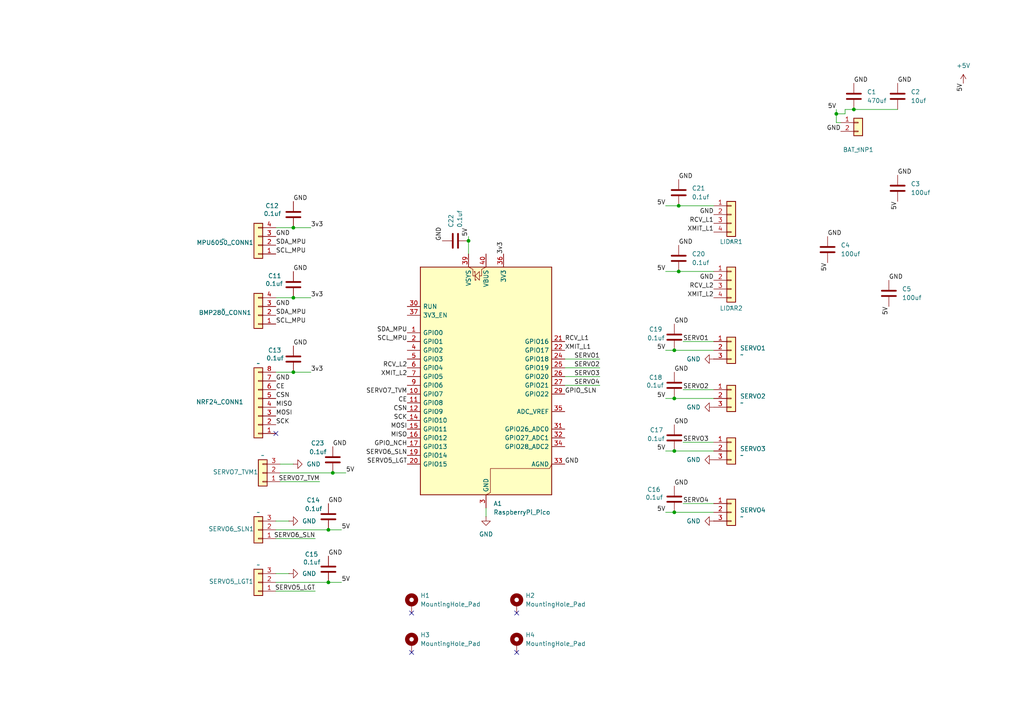
<source format=kicad_sch>
(kicad_sch (version 20250114) (generator "eeschema") (generator_version "9.0")
  (paper "A4")
  (title_block (title "ASTRA-V"))
  (lib_symbols
    (symbol "Connector_Generic:Conn_01x02" (pin_names (offset 1.016) (hide yes))
      (property "Reference" "J" (at 0 2.54 0))
      (property "Value" "Conn_01x02" (at 0 -5.08 0))
      (symbol "Conn_01x02_1_1"
        (rectangle (start -1.27 1.27) (end 1.27 -3.81) (stroke (width 0.254)) (fill (type background)))
        (rectangle (start -1.27 0.127) (end 0 -0.127) (stroke (width 0.1524)))
        (rectangle (start -1.27 -2.413) (end 0 -2.667) (stroke (width 0.1524)))
        (pin output line (at -5.08 0 0) (length 3.81) (name "Pin_1") (number "1"))
        (pin output line (at -5.08 -2.54 0) (length 3.81) (name "Pin_2") (number "2"))
      )
    )
    (symbol "Connector_Generic:Conn_01x03" (pin_names (offset 1.016) (hide yes))
      (property "Reference" "J" (at 0 5.08 0))
      (property "Value" "Conn_01x03" (at 0 -5.08 0))
      (symbol "Conn_01x03_1_1"
        (rectangle (start -1.27 3.81) (end 1.27 -3.81) (stroke (width 0.254)) (fill (type background)))
        (rectangle (start -1.27 2.667) (end 0 2.413) (stroke (width 0.1524)))
        (rectangle (start -1.27 0.127) (end 0 -0.127) (stroke (width 0.1524)))
        (rectangle (start -1.27 -2.413) (end 0 -2.667) (stroke (width 0.1524)))
        (pin passive line (at -5.08 2.54 0) (length 3.81) (name "Pin_1") (number "1"))
        (pin passive line (at -5.08 0 0) (length 3.81) (name "Pin_2") (number "2"))
        (pin passive line (at -5.08 -2.54 0) (length 3.81) (name "Pin_3") (number "3"))
      )
    )
    (symbol "Connector_Generic:Conn_01x04" (pin_names (offset 1.016) (hide yes))
      (property "Reference" "J" (at 0 5.08 0))
      (property "Value" "Conn_01x04" (at 0 -7.62 0))
      (symbol "Conn_01x04_1_1"
        (rectangle (start -1.27 3.81) (end 1.27 -6.35) (stroke (width 0.254)) (fill (type background)))
        (rectangle (start -1.27 2.667) (end 0 2.413) (stroke (width 0.1524)))
        (rectangle (start -1.27 0.127) (end 0 -0.127) (stroke (width 0.1524)))
        (rectangle (start -1.27 -2.413) (end 0 -2.667) (stroke (width 0.1524)))
        (rectangle (start -1.27 -4.953) (end 0 -5.207) (stroke (width 0.1524)))
        (pin passive line (at -5.08 2.54 0) (length 3.81) (name "Pin_1") (number "1"))
        (pin passive line (at -5.08 0 0) (length 3.81) (name "Pin_2") (number "2"))
        (pin passive line (at -5.08 -2.54 0) (length 3.81) (name "Pin_3") (number "3"))
        (pin passive line (at -5.08 -5.08 0) (length 3.81) (name "Pin_4") (number "4"))
      )
    )
    (symbol "Connector_Generic:Conn_01x08" (pin_names (offset 1.016) (hide yes))
      (property "Reference" "J" (at 0 10.16 0))
      (property "Value" "Conn_01x08" (at 0 -12.7 0))
      (symbol "Conn_01x08_1_1"
        (rectangle (start -1.27 8.89) (end 1.27 -11.43) (stroke (width 0.254)) (fill (type background)))
        (rectangle (start -1.27 7.747) (end 0 7.493) (stroke (width 0.1524)))
        (rectangle (start -1.27 5.207) (end 0 4.953) (stroke (width 0.1524)))
        (rectangle (start -1.27 2.667) (end 0 2.413) (stroke (width 0.1524)))
        (rectangle (start -1.27 0.127) (end 0 -0.127) (stroke (width 0.1524)))
        (rectangle (start -1.27 -2.413) (end 0 -2.667) (stroke (width 0.1524)))
        (rectangle (start -1.27 -4.953) (end 0 -5.207) (stroke (width 0.1524)))
        (rectangle (start -1.27 -7.493) (end 0 -7.747) (stroke (width 0.1524)))
        (rectangle (start -1.27 -10.033) (end 0 -10.287) (stroke (width 0.1524)))
        (pin passive line (at -5.08 7.62 0) (length 3.81) (name "Pin_1") (number "1"))
        (pin passive line (at -5.08 5.08 0) (length 3.81) (name "Pin_2") (number "2"))
        (pin passive line (at -5.08 2.54 0) (length 3.81) (name "Pin_3") (number "3"))
        (pin passive line (at -5.08 0 0) (length 3.81) (name "Pin_4") (number "4"))
        (pin passive line (at -5.08 -2.54 0) (length 3.81) (name "Pin_5") (number "5"))
        (pin passive line (at -5.08 -5.08 0) (length 3.81) (name "Pin_6") (number "6"))
        (pin passive line (at -5.08 -7.62 0) (length 3.81) (name "Pin_7") (number "7"))
        (pin passive line (at -5.08 -10.16 0) (length 3.81) (name "Pin_8") (number "8"))
      )
    )
    (symbol "Device:C" (pin_numbers (hide yes)) (pin_names (offset 0.254))
      (property "Reference" "C" (at 0.635 2.54 0))
      (property "Value" "C" (at 0.635 -2.54 0))
      (symbol "C_0_1"
        (polyline (pts (xy -2.032 0.762) (xy 2.032 0.762)) (stroke (width 0.508)))
        (polyline (pts (xy -2.032 -0.762) (xy 2.032 -0.762)) (stroke (width 0.508)))
      )
      (symbol "C_1_1"
        (pin passive line (at 0 3.81 270) (length 2.794) (name "~") (number "1"))
        (pin passive line (at 0 -3.81 90) (length 2.794) (name "~") (number "2"))
      )
    )
    (symbol "GND_1" (power) (pin_numbers (hide yes)) (pin_names (offset 0) (hide yes))
      (property "Value" "GND" (at 0 -3.81 0))
      (symbol "GND_1_0_1"
        (polyline (pts (xy 0 0) (xy 0 -1.27) (xy 1.27 -1.27) (xy 0 -2.54) (xy -1.27 -1.27) (xy 0 -1.27)))
      )
      (symbol "GND_1_1_1"
        (pin power_in line (at 0 0 270) (length 0) (name "~") (number "1"))
      )
    )
    (symbol "GND_2" (power) (pin_numbers (hide yes)) (pin_names (offset 0) (hide yes))
      (property "Value" "GND" (at 0 -3.81 0))
      (symbol "GND_2_0_1"
        (polyline (pts (xy 0 0) (xy 0 -1.27) (xy 1.27 -1.27) (xy 0 -2.54) (xy -1.27 -1.27) (xy 0 -1.27)))
      )
      (symbol "GND_2_1_1"
        (pin power_in line (at 0 0 270) (length 0) (name "~") (number "1"))
      )
    )
    (symbol "MCU_Module:RaspberryPi_Pico" (pin_names (offset 0.762))
      (property "Reference" "A" (at -19.05 35.56 0))
      (property "Value" "RaspberryPi_Pico" (at 7.62 35.56 0))
      (symbol "RaspberryPi_Pico_0_1"
        (rectangle (start -19.05 34.29) (end 19.05 -31.75) (stroke (width 0.254)) (fill (type background)))
        (polyline (pts (xy -5.08 34.29) (xy -3.81 33.655) (xy -3.81 31.75) (xy -3.175 31.75)))
        (polyline (pts (xy -3.429 32.766) (xy -3.429 33.02) (xy -3.175 33.02) (xy -3.175 30.48) (xy -2.921 30.48) (xy -2.921 30.734)))
        (polyline (pts (xy -3.175 31.75) (xy -1.905 33.02) (xy -1.905 30.48) (xy -3.175 31.75)))
        (polyline (pts (xy 0 34.29) (xy -1.27 33.655) (xy -1.27 31.75) (xy -1.905 31.75)))
        (polyline (pts (xy 0 -31.75) (xy 1.27 -31.115) (xy 1.27 -24.13) (xy 18.415 -24.13) (xy 19.05 -22.86)))
      )
      (symbol "RaspberryPi_Pico_1_1"
        (pin passive line (at -22.86 22.86 0) (length 3.81) (name "RUN") (number "30"))
        (pin passive line (at -22.86 20.32 0) (length 3.81) (name "3V3_EN") (number "37"))
        (pin bidirectional line (at -22.86 15.24 0) (length 3.81) (name "GPIO0") (number "1"))
        (pin bidirectional line (at -22.86 12.7 0) (length 3.81) (name "GPIO1") (number "2"))
        (pin bidirectional line (at -22.86 10.16 0) (length 3.81) (name "GPIO2") (number "4"))
        (pin bidirectional line (at -22.86 7.62 0) (length 3.81) (name "GPIO3") (number "5"))
        (pin bidirectional line (at -22.86 5.08 0) (length 3.81) (name "GPIO4") (number "6"))
        (pin bidirectional line (at -22.86 2.54 0) (length 3.81) (name "GPIO5") (number "7"))
        (pin bidirectional line (at -22.86 0 0) (length 3.81) (name "GPIO6") (number "9"))
        (pin bidirectional line (at -22.86 -2.54 0) (length 3.81) (name "GPIO7") (number "10"))
        (pin bidirectional line (at -22.86 -5.08 0) (length 3.81) (name "GPIO8") (number "11"))
        (pin bidirectional line (at -22.86 -7.62 0) (length 3.81) (name "GPIO9") (number "12"))
        (pin bidirectional line (at -22.86 -10.16 0) (length 3.81) (name "GPIO10") (number "14"))
        (pin bidirectional line (at -22.86 -12.7 0) (length 3.81) (name "GPIO11") (number "15"))
        (pin bidirectional line (at -22.86 -15.24 0) (length 3.81) (name "GPIO12") (number "16"))
        (pin bidirectional line (at -22.86 -17.78 0) (length 3.81) (name "GPIO13") (number "17"))
        (pin bidirectional line (at -22.86 -20.32 0) (length 3.81) (name "GPIO14") (number "19"))
        (pin bidirectional line (at -22.86 -22.86 0) (length 3.81) (name "GPIO15") (number "20"))
        (pin power_in line (at -5.08 38.1 270) (length 3.81) (name "VSYS") (number "39"))
        (pin power_out line (at 0 38.1 270) (length 3.81) (name "VBUS") (number "40"))
        (pin passive line (at 0 -35.56 90) (length 3.81) (hide yes) (name "GND") (number "13"))
        (pin passive line (at 0 -35.56 90) (length 3.81) (hide yes) (name "GND") (number "18"))
        (pin passive line (at 0 -35.56 90) (length 3.81) (hide yes) (name "GND") (number "23"))
        (pin passive line (at 0 -35.56 90) (length 3.81) (hide yes) (name "GND") (number "28"))
        (pin power_out line (at 0 -35.56 90) (length 3.81) (name "GND") (number "3"))
        (pin passive line (at 0 -35.56 90) (length 3.81) (hide yes) (name "GND") (number "38"))
        (pin passive line (at 0 -35.56 90) (length 3.81) (hide yes) (name "GND") (number "8"))
        (pin power_out line (at 5.08 38.1 270) (length 3.81) (name "3V3") (number "36"))
        (pin bidirectional line (at 22.86 12.7 180) (length 3.81) (name "GPIO16") (number "21"))
        (pin bidirectional line (at 22.86 10.16 180) (length 3.81) (name "GPIO17") (number "22"))
        (pin bidirectional line (at 22.86 7.62 180) (length 3.81) (name "GPIO18") (number "24"))
        (pin bidirectional line (at 22.86 5.08 180) (length 3.81) (name "GPIO19") (number "25"))
        (pin bidirectional line (at 22.86 2.54 180) (length 3.81) (name "GPIO20") (number "26"))
        (pin bidirectional line (at 22.86 0 180) (length 3.81) (name "GPIO21") (number "27"))
        (pin bidirectional line (at 22.86 -2.54 180) (length 3.81) (name "GPIO22") (number "29"))
        (pin power_in line (at 22.86 -7.62 180) (length 3.81) (name "ADC_VREF") (number "35"))
        (pin bidirectional line (at 22.86 -12.7 180) (length 3.81) (name "GPIO26_ADC0") (number "31"))
        (pin bidirectional line (at 22.86 -15.24 180) (length 3.81) (name "GPIO27_ADC1") (number "32"))
        (pin bidirectional line (at 22.86 -17.78 180) (length 3.81) (name "GPIO28_ADC2") (number "34"))
        (pin power_out line (at 22.86 -22.86 180) (length 3.81) (name "AGND") (number "33"))
      )
    )
    (symbol "Mechanical:MountingHole_Pad" (pin_numbers (hide yes)) (pin_names (offset 1.016) (hide yes)) (in_bom no)
      (property "Reference" "H" (at 0 6.35 0))
      (property "Value" "MountingHole_Pad" (at 0 4.445 0))
      (symbol "MountingHole_Pad_0_1"
        (circle (center 0 1.27) (radius 1.27) (stroke (width 1.27)))
      )
      (symbol "MountingHole_Pad_1_1"
        (pin input line (at 0 -2.54 90) (length 2.54) (name "1") (number "1"))
      )
    )
    (symbol "power:+5V" (power) (pin_numbers (hide yes)) (pin_names (offset 0) (hide yes))
      (property "Value" "+5V" (at 0 5.08 0))
      (symbol "+5V_0_1"
        (polyline (pts (xy -0.762 1.27) (xy 0 2.54)))
        (polyline (pts (xy 0 2.54) (xy 0.762 1.27)))
        (polyline (pts (xy 0 0) (xy 0 2.54)))
      )
      (symbol "+5V_1_1"
        (pin power_out line (at 0 0 90) (length 0) (name "~") (number "1"))
      )
    )
  )
  (junction (at 85.09 66.04))
  (junction (at 247.65 31.75))
  (junction (at 95.25 153.67))
  (junction (at 96.52 137.16))
  (junction (at 85.09 86.36))
  (junction (at 196.85 78.74))
  (junction (at 135.89 69.85))
  (junction (at 195.58 130.81))
  (junction (at 85.09 107.95))
  (junction (at 195.58 115.57))
  (junction (at 195.58 101.6))
  (junction (at 95.25 168.91))
  (junction (at 242.57 33.02))
  (junction (at 195.58 148.59))
  (junction (at 196.85 59.69))
  (no_connect (at 119.38 177.8))
  (no_connect (at 119.38 189.23))
  (no_connect (at 149.86 177.8))
  (no_connect (at 80.01 125.73))
  (no_connect (at 149.86 189.23))
  (wire (pts (xy 99.06 153.67) (xy 95.25 153.67)))
  (wire (pts (xy 100.33 137.16) (xy 96.52 137.16)))
  (wire (pts (xy 193.04 130.81) (xy 195.58 130.81)))
  (wire (pts (xy 83.82 166.37) (xy 80.01 166.37)))
  (wire (pts (xy 140.97 147.32) (xy 140.97 149.86)))
  (wire (pts (xy 92.71 139.7) (xy 81.28 139.7)))
  (wire (pts (xy 195.58 148.59) (xy 207.01 148.59)))
  (wire (pts (xy 243.84 35.56) (xy 242.57 35.56)))
  (wire (pts (xy 85.09 66.04) (xy 80.01 66.04)))
  (wire (pts (xy 91.44 156.21) (xy 80.01 156.21)))
  (wire (pts (xy 196.85 78.74) (xy 207.01 78.74)))
  (wire (pts (xy 90.17 66.04) (xy 85.09 66.04)))
  (wire (pts (xy 99.06 168.91) (xy 95.25 168.91)))
  (wire (pts (xy 85.09 107.95) (xy 80.01 107.95)))
  (wire (pts (xy 90.17 86.36) (xy 85.09 86.36)))
  (wire (pts (xy 135.89 69.85) (xy 135.89 73.66)))
  (wire (pts (xy 198.12 128.27) (xy 207.01 128.27)))
  (wire (pts (xy 193.04 78.74) (xy 196.85 78.74)))
  (wire (pts (xy 96.52 137.16) (xy 81.28 137.16)))
  (wire (pts (xy 245.11 31.75) (xy 245.11 33.02)))
  (wire (pts (xy 85.09 86.36) (xy 80.01 86.36)))
  (wire (pts (xy 247.65 31.75) (xy 260.35 31.75)))
  (wire (pts (xy 198.12 146.05) (xy 207.01 146.05)))
  (wire (pts (xy 193.04 148.59) (xy 195.58 148.59)))
  (wire (pts (xy 163.83 106.68) (xy 173.99 106.68)))
  (wire (pts (xy 245.11 33.02) (xy 242.57 33.02)))
  (wire (pts (xy 91.44 171.45) (xy 80.01 171.45)))
  (wire (pts (xy 193.04 115.57) (xy 195.58 115.57)))
  (wire (pts (xy 196.85 59.69) (xy 207.01 59.69)))
  (wire (pts (xy 245.11 31.75) (xy 247.65 31.75)))
  (wire (pts (xy 198.12 99.06) (xy 207.01 99.06)))
  (wire (pts (xy 195.58 115.57) (xy 207.01 115.57)))
  (wire (pts (xy 163.83 111.76) (xy 173.99 111.76)))
  (wire (pts (xy 193.04 101.6) (xy 195.58 101.6)))
  (wire (pts (xy 195.58 101.6) (xy 207.01 101.6)))
  (wire (pts (xy 95.25 168.91) (xy 80.01 168.91)))
  (wire (pts (xy 90.17 107.95) (xy 85.09 107.95)))
  (wire (pts (xy 242.57 33.02) (xy 242.57 31.75)))
  (wire (pts (xy 195.58 130.81) (xy 207.01 130.81)))
  (wire (pts (xy 83.82 151.13) (xy 80.01 151.13)))
  (wire (pts (xy 135.89 68.58) (xy 135.89 69.85)))
  (wire (pts (xy 193.04 59.69) (xy 196.85 59.69)))
  (wire (pts (xy 163.83 104.14) (xy 173.99 104.14)))
  (wire (pts (xy 95.25 153.67) (xy 80.01 153.67)))
  (wire (pts (xy 163.83 109.22) (xy 173.99 109.22)))
  (wire (pts (xy 85.09 134.62) (xy 81.28 134.62)))
  (wire (pts (xy 242.57 35.56) (xy 242.57 33.02)))
  (wire (pts (xy 198.12 113.03) (xy 207.01 113.03)))
  (label "5V" (at 257.81 88.9 270))
  (label "XMIT_L1" (at 207.01 67.31 180))
  (label "SERVO7_TVM" (at 118.11 114.3 180))
  (label "5V" (at 193.04 78.74 180))
  (label "MOSI" (at 80.01 120.65 0))
  (label "GND" (at 80.01 88.9 0))
  (label "5V" (at 193.04 115.57 180))
  (label "GND" (at 195.58 123.19 0))
  (label "SCL_MPU" (at 80.01 93.98 0))
  (label "GND" (at 240.03 68.58 0))
  (label "SERVO6_SLN" (at 118.11 132.08 180))
  (label "GND" (at 207.01 62.23 180))
  (label "GPIO_SLN" (at 163.83 114.3 0))
  (label "GND" (at 128.27 69.85 90))
  (label "GND" (at 195.58 93.98 0))
  (label "SERVO5_LGT" (at 91.44 171.45 180))
  (label "MOSI" (at 118.11 124.46 180))
  (label "SERVO1" (at 173.99 104.14 180))
  (label "GND" (at 163.83 134.62 0))
  (label "GND" (at 260.35 50.8 0))
  (label "GND" (at 196.85 52.07 0))
  (label "3v3" (at 146.05 73.66 90))
  (label "SERVO4" (at 198.12 146.05 0))
  (label "GND" (at 195.58 140.97 0))
  (label "5V" (at 193.04 148.59 180))
  (label "SCK" (at 80.01 123.19 0))
  (label "XMIT_L1" (at 163.83 101.6 0))
  (label "5V" (at 193.04 59.69 180))
  (label "XMIT_L2" (at 118.11 109.22 180))
  (label "MISO" (at 80.01 118.11 0))
  (label "SDA_MPU" (at 80.01 71.12 0))
  (label "SERVO1" (at 198.12 99.06 0))
  (label "GND" (at 85.09 78.74 0))
  (label "3v3" (at 90.17 86.36 0))
  (label "GND" (at 96.52 129.54 0))
  (label "5V" (at 135.89 68.58 90))
  (label "CSN" (at 118.11 119.38 180))
  (label "GND" (at 85.09 100.33 0))
  (label "5V" (at 240.03 76.2 270))
  (label "RCV_L1" (at 207.01 64.77 180))
  (label "CE" (at 118.11 116.84 180))
  (label "SERVO3" (at 173.99 109.22 180))
  (label "SDA_MPU" (at 118.11 96.52 180))
  (label "CE" (at 80.01 113.03 0))
  (label "SERVO6_SLN" (at 91.44 156.21 180))
  (label "5V" (at 193.04 101.6 180))
  (label "GND" (at 196.85 71.12 0))
  (label "XMIT_L2" (at 207.01 86.36 180))
  (label "SERVO2" (at 198.12 113.03 0))
  (label "5V" (at 99.06 153.67 0))
  (label "GND" (at 95.25 146.05 0))
  (label "3v3" (at 90.17 66.04 0))
  (label "SERVO5_LGT" (at 118.11 134.62 180))
  (label "5V" (at 242.57 31.75 180))
  (label "GND" (at 260.35 24.13 0))
  (label "SDA_MPU" (at 80.01 91.44 0))
  (label "SERVO7_TVM" (at 92.71 139.7 180))
  (label "GND" (at 195.58 107.95 0))
  (label "GND" (at 80.01 110.49 0))
  (label "RCV_L2" (at 207.01 83.82 180))
  (label "GND" (at 80.01 68.58 0))
  (label "SERVO4" (at 173.99 111.76 180))
  (label "MISO" (at 118.11 127 180))
  (label "SERVO3" (at 198.12 128.27 0))
  (label "5V" (at 193.04 130.81 180))
  (label "GND" (at 207.01 81.28 180))
  (label "GPIO_NCH" (at 118.11 129.54 180))
  (label "5V" (at 260.35 58.42 270))
  (label "SCL_MPU" (at 118.11 99.06 180))
  (label "GND" (at 247.65 24.13 0))
  (label "SCL_MPU" (at 80.01 73.66 0))
  (label "GND" (at 85.09 58.42 0))
  (label "GND" (at 243.84 38.1 180))
  (label "SCK" (at 118.11 121.92 180))
  (label "SERVO2" (at 173.99 106.68 180))
  (label "GND" (at 95.25 161.29 0))
  (label "5V" (at 100.33 137.16 0))
  (label "RCV_L2" (at 118.11 106.68 180))
  (label "5V" (at 279.4 24.13 270))
  (label "CSN" (at 80.01 115.57 0))
  (label "5V" (at 99.06 168.91 0))
  (label "3v3" (at 90.17 107.95 0))
  (label "RCV_L1" (at 163.83 99.06 0))
  (label "GND" (at 257.81 81.28 0))
  (symbol (lib_id "Connector_Generic:Conn_01x04") (at 74.93 91.44 180) (unit 1)
    (property "Reference" "BMP280_CONN1" (at 65.278 90.678 0))
    (property "Value" "~" (at 64.77 89.662 0))
    (property "Footprint" "Connector_PinHeader_2.54mm:PinHeader_1x04_P2.54mm_Vertical" (effects (hide yes)))
    (property "Description" "Generic connector, single row, 01x04, script generated (kicad-library-utils/schlib/autogen/connector/)" (effects (hide yes)))
  )
  (symbol (lib_id "Connector_Generic:Conn_01x03") (at 212.09 148.59 0) (unit 1)
    (property "Reference" "SERVO4" (at 214.63 147.9549 0) (effects (justify left)))
    (property "Value" "~" (at 214.63 149.86 0) (effects (justify left)))
    (property "Footprint" "Connector_PinHeader_2.54mm:PinHeader_1x03_P2.54mm_Vertical" (effects (hide yes)))
    (property "Description" "Generic connector, single row, 01x03, script generated (kicad-library-utils/schlib/autogen/connector/)" (effects (hide yes)))
  )
  (symbol (lib_id "Device:C") (at 85.09 82.55 0) (unit 1)
    (property "Reference" "C11" (at 77.724 80.01 0) (effects (justify left)))
    (property "Value" "0.1uf" (at 76.962 82.296 0) (effects (justify left)))
    (property "Footprint" "Capacitor_THT:C_Disc_D3.0mm_W1.6mm_P2.50mm" (effects (hide yes)))
    (property "Description" "Unpolarized capacitor" (effects (hide yes)))
  )
  (symbol (lib_id "Device:C") (at 240.03 72.39 180) (unit 1)
    (property "Reference" "C4" (at 243.84 71.1199 0) (effects (justify right)))
    (property "Value" "100uf" (at 243.84 73.6599 0) (effects (justify right)))
    (property "Footprint" "Capacitor_THT:CP_Radial_D5.0mm_P2.00mm" (effects (hide yes)))
    (property "Description" "Unpolarized capacitor" (effects (hide yes)))
  )
  (symbol (lib_id "Device:C") (at 85.09 104.14 0) (unit 1)
    (property "Reference" "C13" (at 77.724 101.6 0) (effects (justify left)))
    (property "Value" "0.1uf" (at 77.216 103.886 0) (effects (justify left)))
    (property "Footprint" "Capacitor_THT:C_Disc_D3.0mm_W1.6mm_P2.50mm" (effects (hide yes)))
    (property "Description" "Unpolarized capacitor" (effects (hide yes)))
  )
  (symbol (lib_name "GND_2") (lib_id "power:GND") (at 85.09 134.62 90) (unit 1)
    (property "Reference" "#PWR013" (effects (hide yes)))
    (property "Value" "GND" (at 88.9 134.6201 90) (effects (justify right)))
    (property "Description" "Power symbol creates a global label with name \"GND\" , ground" (effects (hide yes)))
  )
  (symbol (lib_id "Connector_Generic:Conn_01x03") (at 212.09 130.81 0) (unit 1)
    (property "Reference" "SERVO3" (at 214.63 130.1749 0) (effects (justify left)))
    (property "Value" "~" (at 214.63 132.08 0) (effects (justify left)))
    (property "Footprint" "Connector_PinHeader_2.54mm:PinHeader_1x03_P2.54mm_Vertical" (effects (hide yes)))
    (property "Description" "Generic connector, single row, 01x03, script generated (kicad-library-utils/schlib/autogen/connector/)" (effects (hide yes)))
  )
  (symbol (lib_id "Mechanical:MountingHole_Pad") (at 119.38 175.26 0) (unit 1) (in_bom no)
    (property "Reference" "H1" (at 121.92 172.7199 0) (effects (justify left)))
    (property "Value" "MountingHole_Pad" (at 121.92 175.2599 0) (effects (justify left)))
    (property "Footprint" "MountingHole:MountingHole_2.2mm_M2_Pad_Via" (effects (hide yes)))
    (property "Description" "Mounting Hole with connection" (effects (hide yes)))
  )
  (symbol (lib_id "Device:C") (at 257.81 85.09 180) (unit 1)
    (property "Reference" "C5" (at 261.62 83.8199 0) (effects (justify right)))
    (property "Value" "100uf" (at 261.62 86.3599 0) (effects (justify right)))
    (property "Footprint" "Capacitor_THT:CP_Radial_D5.0mm_P2.00mm" (effects (hide yes)))
    (property "Description" "Unpolarized capacitor" (effects (hide yes)))
  )
  (symbol (lib_id "Device:C") (at 195.58 127 0) (unit 1)
    (property "Reference" "C17" (at 188.468 124.714 0) (effects (justify left)))
    (property "Value" "0.1uf" (at 187.706 127.254 0) (effects (justify left)))
    (property "Footprint" "Capacitor_THT:C_Disc_D3.0mm_W1.6mm_P2.50mm" (effects (hide yes)))
    (property "Description" "Unpolarized capacitor" (effects (hide yes)))
  )
  (symbol (lib_id "Connector_Generic:Conn_01x03") (at 74.93 168.91 180) (unit 1)
    (property "Reference" "SERVO5_LGT1" (at 67.056 168.656 0))
    (property "Value" "~" (at 74.93 163.83 0))
    (property "Footprint" "Connector_PinHeader_2.54mm:PinHeader_1x03_P2.54mm_Vertical" (effects (hide yes)))
    (property "Description" "Generic connector, single row, 01x03, script generated (kicad-library-utils/schlib/autogen/connector/)" (effects (hide yes)))
  )
  (symbol (lib_name "GND_2") (lib_id "power:GND") (at 207.01 118.11 270) (unit 1)
    (property "Reference" "#PWR07" (effects (hide yes)))
    (property "Value" "GND" (at 203.2 118.1099 90) (effects (justify right)))
    (property "Description" "Power symbol creates a global label with name \"GND\" , ground" (effects (hide yes)))
  )
  (symbol (lib_id "Connector_Generic:Conn_01x03") (at 74.93 153.67 180) (unit 1)
    (property "Reference" "SERVO6_SLN1" (at 67.056 153.416 0))
    (property "Value" "~" (at 74.93 148.59 0))
    (property "Footprint" "Connector_PinHeader_2.54mm:PinHeader_1x03_P2.54mm_Vertical" (effects (hide yes)))
    (property "Description" "Generic connector, single row, 01x03, script generated (kicad-library-utils/schlib/autogen/connector/)" (effects (hide yes)))
  )
  (symbol (lib_name "GND_2") (lib_id "power:GND") (at 207.01 104.14 270) (unit 1)
    (property "Reference" "#PWR08" (effects (hide yes)))
    (property "Value" "GND" (at 203.2 104.1399 90) (effects (justify right)))
    (property "Description" "Power symbol creates a global label with name \"GND\" , ground" (effects (hide yes)))
  )
  (symbol (lib_id "Connector_Generic:Conn_01x02") (at 248.92 35.56 0) (unit 1)
    (property "Reference" "BAT_INP1" (at 248.92 43.434 0))
    (property "Value" "~" (at 248.92 43.18 0))
    (property "Footprint" "TerminalBlock:TerminalBlock_bornier-2_P5.08mm" (effects (hide yes)))
    (property "Description" "Generic connector, single row, 01x02, script generated (kicad-library-utils/schlib/autogen/connector/)" (effects (hide yes)))
  )
  (symbol (lib_id "Connector_Generic:Conn_01x03") (at 212.09 115.57 0) (unit 1)
    (property "Reference" "SERVO2" (at 214.63 114.9349 0) (effects (justify left)))
    (property "Value" "~" (at 214.63 116.84 0) (effects (justify left)))
    (property "Footprint" "Connector_PinHeader_2.54mm:PinHeader_1x03_P2.54mm_Vertical" (effects (hide yes)))
    (property "Description" "Generic connector, single row, 01x03, script generated (kicad-library-utils/schlib/autogen/connector/)" (effects (hide yes)))
  )
  (symbol (lib_id "Device:C") (at 132.08 69.85 90) (unit 1)
    (property "Reference" "C22" (at 130.8099 66.04 0) (effects (justify left)))
    (property "Value" "0.1uf" (at 133.3499 66.04 0) (effects (justify left)))
    (property "Footprint" "Capacitor_THT:C_Disc_D3.0mm_W1.6mm_P2.50mm" (effects (hide yes)))
    (property "Description" "Unpolarized capacitor" (effects (hide yes)))
  )
  (symbol (lib_id "Device:C") (at 247.65 27.94 180) (unit 1)
    (property "Reference" "C1" (at 251.46 26.6699 0) (effects (justify right)))
    (property "Value" "470uf" (at 251.46 29.2099 0) (effects (justify right)))
    (property "Footprint" "Capacitor_THT:CP_Radial_D5.0mm_P2.00mm" (effects (hide yes)))
    (property "Description" "Unpolarized capacitor" (effects (hide yes)))
  )
  (symbol (lib_id "Device:C") (at 95.25 149.86 0) (unit 1)
    (property "Reference" "C14" (at 88.9 145.034 0) (effects (justify left)))
    (property "Value" "0.1uf" (at 88.392 147.574 0) (effects (justify left)))
    (property "Footprint" "Capacitor_THT:C_Disc_D3.0mm_W1.6mm_P2.50mm" (effects (hide yes)))
    (property "Description" "Unpolarized capacitor" (effects (hide yes)))
  )
  (symbol (lib_name "GND_2") (lib_id "power:GND") (at 207.01 133.35 270) (unit 1)
    (property "Reference" "#PWR06" (effects (hide yes)))
    (property "Value" "GND" (at 203.2 133.3499 90) (effects (justify right)))
    (property "Description" "Power symbol creates a global label with name \"GND\" , ground" (effects (hide yes)))
  )
  (symbol (lib_id "Device:C") (at 195.58 111.76 0) (unit 1)
    (property "Reference" "C18" (at 188.214 109.474 0) (effects (justify left)))
    (property "Value" "0.1uf" (at 187.452 111.76 0) (effects (justify left)))
    (property "Footprint" "Capacitor_THT:C_Disc_D3.0mm_W1.6mm_P2.50mm" (effects (hide yes)))
    (property "Description" "Unpolarized capacitor" (effects (hide yes)))
  )
  (symbol (lib_id "Connector_Generic:Conn_01x04") (at 212.09 81.28 0) (unit 1)
    (property "Reference" "LIDAR2" (at 212.09 89.408 0))
    (property "Value" "~" (at 212.09 88.9 0))
    (property "Footprint" "Connector_PinHeader_2.54mm:PinHeader_1x04_P2.54mm_Vertical" (effects (hide yes)))
    (property "Description" "Generic connector, single row, 01x04, script generated (kicad-library-utils/schlib/autogen/connector/)" (effects (hide yes)))
  )
  (symbol (lib_id "Device:C") (at 95.25 165.1 0) (unit 1)
    (property "Reference" "C15" (at 88.392 160.782 0) (effects (justify left)))
    (property "Value" "0.1uf" (at 87.884 163.068 0) (effects (justify left)))
    (property "Footprint" "Capacitor_THT:C_Disc_D3.0mm_W1.6mm_P2.50mm" (effects (hide yes)))
    (property "Description" "Unpolarized capacitor" (effects (hide yes)))
  )
  (symbol (lib_name "GND_2") (lib_id "power:GND") (at 83.82 166.37 90) (unit 1)
    (property "Reference" "#PWR011" (effects (hide yes)))
    (property "Value" "GND" (at 87.63 166.3701 90) (effects (justify right)))
    (property "Description" "Power symbol creates a global label with name \"GND\" , ground" (effects (hide yes)))
  )
  (symbol (lib_id "Connector_Generic:Conn_01x04") (at 212.09 62.23 0) (unit 1)
    (property "Reference" "LIDAR1" (at 212.09 70.104 0))
    (property "Value" "~" (at 212.09 69.85 0))
    (property "Footprint" "Connector_PinHeader_2.54mm:PinHeader_1x04_P2.54mm_Vertical" (effects (hide yes)))
    (property "Description" "Generic connector, single row, 01x04, script generated (kicad-library-utils/schlib/autogen/connector/)" (effects (hide yes)))
  )
  (symbol (lib_id "Device:C") (at 260.35 27.94 180) (unit 1)
    (property "Reference" "C2" (at 264.16 26.6699 0) (effects (justify right)))
    (property "Value" "10uf" (at 264.16 29.2099 0) (effects (justify right)))
    (property "Footprint" "Capacitor_THT:CP_Radial_D5.0mm_P2.00mm" (effects (hide yes)))
    (property "Description" "Unpolarized capacitor" (effects (hide yes)))
  )
  (symbol (lib_id "Device:C") (at 196.85 55.88 0) (unit 1)
    (property "Reference" "C21" (at 200.66 54.6099 0) (effects (justify left)))
    (property "Value" "0.1uf" (at 200.66 57.1499 0) (effects (justify left)))
    (property "Footprint" "Capacitor_THT:C_Disc_D3.0mm_W1.6mm_P2.50mm" (effects (hide yes)))
    (property "Description" "Unpolarized capacitor" (effects (hide yes)))
  )
  (symbol (lib_id "Device:C") (at 195.58 97.79 0) (unit 1)
    (property "Reference" "C19" (at 188.214 95.504 0) (effects (justify left)))
    (property "Value" "0.1uf" (at 187.706 98.044 0) (effects (justify left)))
    (property "Footprint" "Capacitor_THT:C_Disc_D3.0mm_W1.6mm_P2.50mm" (effects (hide yes)))
    (property "Description" "Unpolarized capacitor" (effects (hide yes)))
  )
  (symbol (lib_id "Connector_Generic:Conn_01x03") (at 76.2 137.16 180) (unit 1)
    (property "Reference" "SERVO7_TVM1" (at 68.326 136.906 0))
    (property "Value" "~" (at 76.2 132.08 0))
    (property "Footprint" "Connector_PinHeader_2.54mm:PinHeader_1x03_P2.54mm_Vertical" (effects (hide yes)))
    (property "Description" "Generic connector, single row, 01x03, script generated (kicad-library-utils/schlib/autogen/connector/)" (effects (hide yes)))
  )
  (symbol (lib_id "MCU_Module:RaspberryPi_Pico") (at 140.97 111.76 0) (unit 1)
    (property "Reference" "A1" (at 143.1133 146.05 0) (effects (justify left)))
    (property "Value" "RaspberryPi_Pico" (at 143.1133 148.59 0) (effects (justify left)))
    (property "Footprint" "Module:RaspberryPi_Pico_Common_Unspecified" (effects (hide yes)))
    (property "Datasheet" "https://datasheets.raspberrypi.com/pico/pico-datasheet.pdf" (effects (hide yes)))
    (property "Description" "Versatile and inexpensive microcontroller module powered by RP2040 dual-core Arm Cortex-M0+ processor up to 133 MHz, 264kB SRAM, 2MB QSPI flash; also supports Raspberry Pi Pico 2" (effects (hide yes)))
  )
  (symbol (lib_id "Connector_Generic:Conn_01x03") (at 212.09 101.6 0) (unit 1)
    (property "Reference" "SERVO1" (at 214.63 100.9649 0) (effects (justify left)))
    (property "Value" "~" (at 214.63 102.87 0) (effects (justify left)))
    (property "Footprint" "Connector_PinHeader_2.54mm:PinHeader_1x03_P2.54mm_Vertical" (effects (hide yes)))
    (property "Description" "Generic connector, single row, 01x03, script generated (kicad-library-utils/schlib/autogen/connector/)" (effects (hide yes)))
  )
  (symbol (lib_id "Connector_Generic:Conn_01x04") (at 74.93 71.12 180) (unit 1)
    (property "Reference" "MPU6050_CONN1" (at 65.278 70.358 0))
    (property "Value" "~" (at 64.77 69.342 0))
    (property "Footprint" "Connector_PinHeader_2.54mm:PinHeader_1x04_P2.54mm_Vertical" (effects (hide yes)))
    (property "Description" "Generic connector, single row, 01x04, script generated (kicad-library-utils/schlib/autogen/connector/)" (effects (hide yes)))
  )
  (symbol (lib_id "Device:C") (at 260.35 54.61 180) (unit 1)
    (property "Reference" "C3" (at 264.16 53.3399 0) (effects (justify right)))
    (property "Value" "100uf" (at 264.16 55.8799 0) (effects (justify right)))
    (property "Footprint" "Capacitor_THT:CP_Radial_D5.0mm_P2.00mm" (effects (hide yes)))
    (property "Description" "Unpolarized capacitor" (effects (hide yes)))
  )
  (symbol (lib_id "Mechanical:MountingHole_Pad") (at 119.38 186.69 0) (unit 1) (in_bom no)
    (property "Reference" "H3" (at 121.92 184.1499 0) (effects (justify left)))
    (property "Value" "MountingHole_Pad" (at 121.92 186.6899 0) (effects (justify left)))
    (property "Footprint" "MountingHole:MountingHole_2.2mm_M2_Pad_Via" (effects (hide yes)))
    (property "Description" "Mounting Hole with connection" (effects (hide yes)))
  )
  (symbol (lib_id "Mechanical:MountingHole_Pad") (at 149.86 186.69 0) (unit 1) (in_bom no)
    (property "Reference" "H4" (at 152.4 184.1499 0) (effects (justify left)))
    (property "Value" "MountingHole_Pad" (at 152.4 186.6899 0) (effects (justify left)))
    (property "Footprint" "MountingHole:MountingHole_2.2mm_M2_Pad_Via" (effects (hide yes)))
    (property "Description" "Mounting Hole with connection" (effects (hide yes)))
  )
  (symbol (lib_name "GND_2") (lib_id "power:GND") (at 207.01 151.13 270) (unit 1)
    (property "Reference" "#PWR05" (effects (hide yes)))
    (property "Value" "GND" (at 203.2 151.1299 90) (effects (justify right)))
    (property "Description" "Power symbol creates a global label with name \"GND\" , ground" (effects (hide yes)))
  )
  (symbol (lib_name "GND_1") (lib_id "power:GND") (at 140.97 149.86 0) (unit 1)
    (property "Reference" "#PWR04" (effects (hide yes)))
    (property "Value" "GND" (at 140.97 154.94 0))
    (property "Description" "Power symbol creates a global label with name \"GND\" , ground" (effects (hide yes)))
  )
  (symbol (lib_id "Device:C") (at 195.58 144.78 0) (unit 1)
    (property "Reference" "C16" (at 187.706 141.986 0) (effects (justify left)))
    (property "Value" "0.1uf" (at 187.198 144.272 0) (effects (justify left)))
    (property "Footprint" "Capacitor_THT:C_Disc_D3.0mm_W1.6mm_P2.50mm" (effects (hide yes)))
    (property "Description" "Unpolarized capacitor" (effects (hide yes)))
  )
  (symbol (lib_name "GND_2") (lib_id "power:GND") (at 83.82 151.13 90) (unit 1)
    (property "Reference" "#PWR012" (effects (hide yes)))
    (property "Value" "GND" (at 87.63 151.1301 90) (effects (justify right)))
    (property "Description" "Power symbol creates a global label with name \"GND\" , ground" (effects (hide yes)))
  )
  (symbol (lib_id "Device:C") (at 85.09 62.23 0) (unit 1)
    (property "Reference" "C12" (at 76.962 59.69 0) (effects (justify left)))
    (property "Value" "0.1uf" (at 76.454 61.976 0) (effects (justify left)))
    (property "Footprint" "Capacitor_THT:C_Disc_D3.0mm_W1.6mm_P2.50mm" (effects (hide yes)))
    (property "Description" "Unpolarized capacitor" (effects (hide yes)))
  )
  (symbol (lib_id "power:+5V") (at 279.4 24.13 0) (unit 1)
    (property "Reference" "#5V0101" (effects (hide yes)))
    (property "Value" "+5V" (at 279.4 19.05 0))
    (property "Description" "Power symbol creates a global label with name \"+5V\"" (effects (hide yes)))
  )
  (symbol (lib_id "Connector_Generic:Conn_01x08") (at 74.93 118.11 180) (unit 1)
    (property "Reference" "NRF24_CONN1" (at 63.754 116.586 0))
    (property "Value" "~" (at 74.93 105.41 0))
    (property "Footprint" "Connector_PinHeader_2.54mm:PinHeader_1x08_P2.54mm_Vertical" (effects (hide yes)))
    (property "Description" "Generic connector, single row, 01x08, script generated (kicad-library-utils/schlib/autogen/connector/)" (effects (hide yes)))
  )
  (symbol (lib_id "Device:C") (at 196.85 74.93 0) (unit 1)
    (property "Reference" "C20" (at 200.66 73.6599 0) (effects (justify left)))
    (property "Value" "0.1uf" (at 200.66 76.1999 0) (effects (justify left)))
    (property "Footprint" "Capacitor_THT:C_Disc_D3.0mm_W1.6mm_P2.50mm" (effects (hide yes)))
    (property "Description" "Unpolarized capacitor" (effects (hide yes)))
  )
  (symbol (lib_id "Device:C") (at 96.52 133.35 0) (unit 1)
    (property "Reference" "C23" (at 90.17 128.524 0) (effects (justify left)))
    (property "Value" "0.1uf" (at 89.662 131.064 0) (effects (justify left)))
    (property "Footprint" "Capacitor_THT:C_Disc_D3.0mm_W1.6mm_P2.50mm" (effects (hide yes)))
    (property "Description" "Unpolarized capacitor" (effects (hide yes)))
  )
  (symbol (lib_id "Mechanical:MountingHole_Pad") (at 149.86 175.26 0) (unit 1) (in_bom no)
    (property "Reference" "H2" (at 152.4 172.7199 0) (effects (justify left)))
    (property "Value" "MountingHole_Pad" (at 152.4 175.2599 0) (effects (justify left)))
    (property "Footprint" "MountingHole:MountingHole_2.2mm_M2_Pad_Via" (effects (hide yes)))
    (property "Description" "Mounting Hole with connection" (effects (hide yes)))
  )
)
</source>
